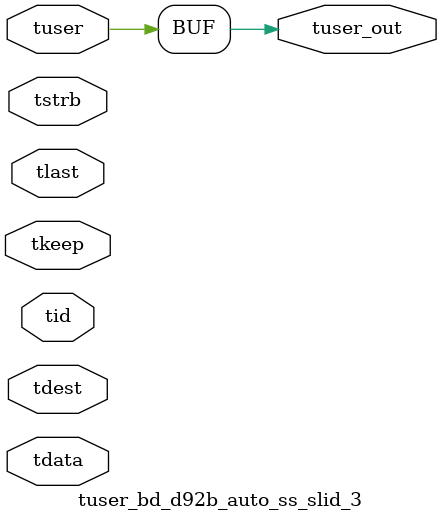
<source format=v>


`timescale 1ps/1ps

module tuser_bd_d92b_auto_ss_slid_3 #
(
parameter C_S_AXIS_TUSER_WIDTH = 1,
parameter C_S_AXIS_TDATA_WIDTH = 32,
parameter C_S_AXIS_TID_WIDTH   = 0,
parameter C_S_AXIS_TDEST_WIDTH = 0,
parameter C_M_AXIS_TUSER_WIDTH = 1
)
(
input  [(C_S_AXIS_TUSER_WIDTH == 0 ? 1 : C_S_AXIS_TUSER_WIDTH)-1:0     ] tuser,
input  [(C_S_AXIS_TDATA_WIDTH == 0 ? 1 : C_S_AXIS_TDATA_WIDTH)-1:0     ] tdata,
input  [(C_S_AXIS_TID_WIDTH   == 0 ? 1 : C_S_AXIS_TID_WIDTH)-1:0       ] tid,
input  [(C_S_AXIS_TDEST_WIDTH == 0 ? 1 : C_S_AXIS_TDEST_WIDTH)-1:0     ] tdest,
input  [(C_S_AXIS_TDATA_WIDTH/8)-1:0 ] tkeep,
input  [(C_S_AXIS_TDATA_WIDTH/8)-1:0 ] tstrb,
input                                                                    tlast,
output [C_M_AXIS_TUSER_WIDTH-1:0] tuser_out
);

assign tuser_out = {tuser[0:0]};

endmodule


</source>
